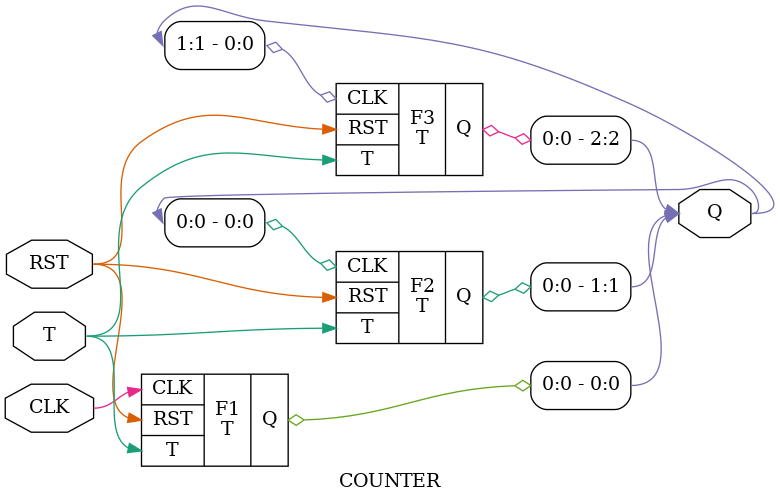
<source format=v>
`timescale 1ns / 1ps
module T(T,CLK,RST,Q);
input T,RST,CLK;
output reg Q;
always@(negedge CLK or posedge RST)
begin
if (RST)
Q<=1'b0;
else if (T)
Q<=(~Q);
else 
Q<=Q;
end
endmodule

module COUNTER(Q,T,CLK,RST);
input T;
input CLK,RST;
output [2:0]Q;

T F1(T,CLK,RST,Q[0]);
T F2(T,Q[0],RST,Q[1]);
T F3(T,Q[1],RST,Q[2]);

endmodule

</source>
